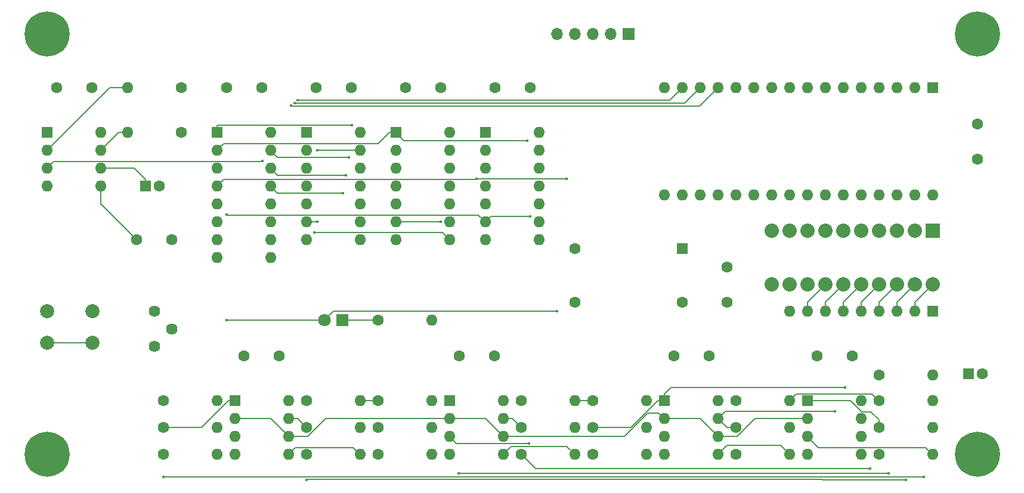
<source format=gbr>
G04 #@! TF.GenerationSoftware,KiCad,Pcbnew,(5.1.0-0)*
G04 #@! TF.CreationDate,2019-12-31T10:08:02-08:00*
G04 #@! TF.ProjectId,ExternalClock,45787465-726e-4616-9c43-6c6f636b2e6b,rev?*
G04 #@! TF.SameCoordinates,Original*
G04 #@! TF.FileFunction,Copper,L1,Top*
G04 #@! TF.FilePolarity,Positive*
%FSLAX46Y46*%
G04 Gerber Fmt 4.6, Leading zero omitted, Abs format (unit mm)*
G04 Created by KiCad (PCBNEW (5.1.0-0)) date 2019-12-31 10:08:02*
%MOMM*%
%LPD*%
G04 APERTURE LIST*
%ADD10C,6.400000*%
%ADD11O,1.600000X1.600000*%
%ADD12R,1.600000X1.600000*%
%ADD13C,2.032000*%
%ADD14R,2.032000X2.032000*%
%ADD15O,1.700000X1.700000*%
%ADD16R,1.700000X1.700000*%
%ADD17C,1.600000*%
%ADD18C,2.000000*%
%ADD19C,1.620000*%
%ADD20C,1.800000*%
%ADD21R,1.800000X1.800000*%
%ADD22C,0.450000*%
%ADD23C,0.127000*%
G04 APERTURE END LIST*
D10*
X264160000Y-341630000D03*
D11*
X379730000Y-334010000D03*
X372110000Y-341630000D03*
X379730000Y-336550000D03*
X372110000Y-339090000D03*
X379730000Y-339090000D03*
X372110000Y-336550000D03*
X379730000Y-341630000D03*
D12*
X372110000Y-334010000D03*
D11*
X369570000Y-321310000D03*
X372110000Y-321310000D03*
X374650000Y-321310000D03*
X377190000Y-321310000D03*
X379730000Y-321310000D03*
X382270000Y-321310000D03*
X384810000Y-321310000D03*
X387350000Y-321310000D03*
D12*
X389890000Y-321310000D03*
D13*
X389890000Y-317500000D03*
X387350000Y-317500000D03*
X384810000Y-317500000D03*
X382270000Y-317500000D03*
X369570000Y-309880000D03*
X367030000Y-309880000D03*
X367030000Y-317500000D03*
X369570000Y-317500000D03*
X372110000Y-309880000D03*
X374650000Y-309880000D03*
X377190000Y-309880000D03*
X379730000Y-309880000D03*
X379730000Y-317500000D03*
X377190000Y-317500000D03*
X374650000Y-317500000D03*
X372110000Y-317500000D03*
X382270000Y-309880000D03*
X384810000Y-309880000D03*
X387350000Y-309880000D03*
D14*
X389890000Y-309880000D03*
D15*
X336550000Y-281940000D03*
X339090000Y-281940000D03*
X341630000Y-281940000D03*
X344170000Y-281940000D03*
D16*
X346710000Y-281940000D03*
D11*
X389890000Y-330327000D03*
D17*
X382270000Y-330327000D03*
D10*
X396240000Y-341630000D03*
X396240000Y-281940000D03*
X264160000Y-281940000D03*
D17*
X339090000Y-312420000D03*
X339090000Y-320040000D03*
X354330000Y-320040000D03*
D12*
X354330000Y-312420000D03*
D11*
X275590000Y-295910000D03*
D17*
X283210000Y-295910000D03*
D11*
X275590000Y-289560000D03*
D17*
X283210000Y-289560000D03*
X281860000Y-311150000D03*
X276860000Y-311150000D03*
X280130000Y-303530000D03*
D12*
X278130000Y-303530000D03*
D11*
X308610000Y-295910000D03*
X300990000Y-311150000D03*
X308610000Y-298450000D03*
X300990000Y-308610000D03*
X308610000Y-300990000D03*
X300990000Y-306070000D03*
X308610000Y-303530000D03*
X300990000Y-303530000D03*
X308610000Y-306070000D03*
X300990000Y-300990000D03*
X308610000Y-308610000D03*
X300990000Y-298450000D03*
X308610000Y-311150000D03*
D12*
X300990000Y-295910000D03*
D11*
X321310000Y-295910000D03*
X313690000Y-311150000D03*
X321310000Y-298450000D03*
X313690000Y-308610000D03*
X321310000Y-300990000D03*
X313690000Y-306070000D03*
X321310000Y-303530000D03*
X313690000Y-303530000D03*
X321310000Y-306070000D03*
X313690000Y-300990000D03*
X321310000Y-308610000D03*
X313690000Y-298450000D03*
X321310000Y-311150000D03*
D12*
X313690000Y-295910000D03*
D11*
X295910000Y-295910000D03*
X288290000Y-313690000D03*
X295910000Y-298450000D03*
X288290000Y-311150000D03*
X295910000Y-300990000D03*
X288290000Y-308610000D03*
X295910000Y-303530000D03*
X288290000Y-306070000D03*
X295910000Y-306070000D03*
X288290000Y-303530000D03*
X295910000Y-308610000D03*
X288290000Y-300990000D03*
X295910000Y-311150000D03*
X288290000Y-298450000D03*
X295910000Y-313690000D03*
D12*
X288290000Y-295910000D03*
D11*
X334010000Y-295910000D03*
X326390000Y-311150000D03*
X334010000Y-298450000D03*
X326390000Y-308610000D03*
X334010000Y-300990000D03*
X326390000Y-306070000D03*
X334010000Y-303530000D03*
X326390000Y-303530000D03*
X334010000Y-306070000D03*
X326390000Y-300990000D03*
X334010000Y-308610000D03*
X326390000Y-298450000D03*
X334010000Y-311150000D03*
D12*
X326390000Y-295910000D03*
D11*
X271780000Y-295910000D03*
X264160000Y-303530000D03*
X271780000Y-298450000D03*
X264160000Y-300990000D03*
X271780000Y-300990000D03*
X264160000Y-298450000D03*
X271780000Y-303530000D03*
D12*
X264160000Y-295910000D03*
D11*
X359410000Y-334010000D03*
X351790000Y-341630000D03*
X359410000Y-336550000D03*
X351790000Y-339090000D03*
X359410000Y-339090000D03*
X351790000Y-336550000D03*
X359410000Y-341630000D03*
D12*
X351790000Y-334010000D03*
D11*
X389886200Y-304798200D03*
X351786200Y-289558200D03*
X387346200Y-304798200D03*
X354326200Y-289558200D03*
X384806200Y-304798200D03*
X356866200Y-289558200D03*
X382266200Y-304798200D03*
X359406200Y-289558200D03*
X379726200Y-304798200D03*
X361946200Y-289558200D03*
X377186200Y-304798200D03*
X364486200Y-289558200D03*
X374646200Y-304798200D03*
X367026200Y-289558200D03*
X372106200Y-304798200D03*
X369566200Y-289558200D03*
X369566200Y-304798200D03*
X372106200Y-289558200D03*
X367026200Y-304798200D03*
X374646200Y-289558200D03*
X364486200Y-304798200D03*
X377186200Y-289558200D03*
X361946200Y-304798200D03*
X379726200Y-289558200D03*
X359406200Y-304798200D03*
X382266200Y-289558200D03*
X356866200Y-304798200D03*
X384806200Y-289558200D03*
X354326200Y-304798200D03*
X387346200Y-289558200D03*
X351786200Y-304798200D03*
D12*
X389886200Y-289558200D03*
D11*
X328930000Y-334010000D03*
X321310000Y-341630000D03*
X328930000Y-336550000D03*
X321310000Y-339090000D03*
X328930000Y-339090000D03*
X321310000Y-336550000D03*
X328930000Y-341630000D03*
D12*
X321310000Y-334010000D03*
D11*
X298450000Y-334010000D03*
X290830000Y-341630000D03*
X298450000Y-336550000D03*
X290830000Y-339090000D03*
X298450000Y-339090000D03*
X290830000Y-336550000D03*
X298450000Y-341630000D03*
D12*
X290830000Y-334010000D03*
D18*
X270660000Y-321310000D03*
X270660000Y-325810000D03*
X264160000Y-321310000D03*
X264160000Y-325810000D03*
D19*
X279400000Y-321310000D03*
X281900000Y-323810000D03*
X279400000Y-326310000D03*
D11*
X318770000Y-322580000D03*
D17*
X311150000Y-322580000D03*
D11*
X389890000Y-341630000D03*
D17*
X382270000Y-341630000D03*
D11*
X389890000Y-337820000D03*
D17*
X382270000Y-337820000D03*
D11*
X389890000Y-334010000D03*
D17*
X382270000Y-334010000D03*
D11*
X369570000Y-341630000D03*
D17*
X361950000Y-341630000D03*
D11*
X369570000Y-337820000D03*
D17*
X361950000Y-337820000D03*
D11*
X369570000Y-334010000D03*
D17*
X361950000Y-334010000D03*
D11*
X349250000Y-341630000D03*
D17*
X341630000Y-341630000D03*
D11*
X349250000Y-337820000D03*
D17*
X341630000Y-337820000D03*
D11*
X349250000Y-334010000D03*
D17*
X341630000Y-334010000D03*
D11*
X339090000Y-341630000D03*
D17*
X331470000Y-341630000D03*
D11*
X339090000Y-337820000D03*
D17*
X331470000Y-337820000D03*
D11*
X339090000Y-334010000D03*
D17*
X331470000Y-334010000D03*
D11*
X318770000Y-341630000D03*
D17*
X311150000Y-341630000D03*
D11*
X318770000Y-337820000D03*
D17*
X311150000Y-337820000D03*
D11*
X318770000Y-334010000D03*
D17*
X311150000Y-334010000D03*
D11*
X308610000Y-341630000D03*
D17*
X300990000Y-341630000D03*
D11*
X308610000Y-337820000D03*
D17*
X300990000Y-337820000D03*
D11*
X308610000Y-334010000D03*
D17*
X300990000Y-334010000D03*
D11*
X288290000Y-341630000D03*
D17*
X280670000Y-341630000D03*
D11*
X288290000Y-337820000D03*
D17*
X280670000Y-337820000D03*
D11*
X288290000Y-334010000D03*
D17*
X280670000Y-334010000D03*
D20*
X303530000Y-322580000D03*
D21*
X306070000Y-322580000D03*
D17*
X265510000Y-289560000D03*
X270510000Y-289560000D03*
X360680000Y-315040000D03*
X360680000Y-320040000D03*
X302340000Y-289560000D03*
X307340000Y-289560000D03*
X315040000Y-289560000D03*
X320040000Y-289560000D03*
X289640000Y-289560000D03*
X294640000Y-289560000D03*
X327740000Y-289560000D03*
X332740000Y-289560000D03*
X373460000Y-327660000D03*
X378460000Y-327660000D03*
X353140000Y-327660000D03*
X358140000Y-327660000D03*
X396240000Y-294720000D03*
X396240000Y-299720000D03*
X322660000Y-327660000D03*
X327660000Y-327660000D03*
X292100000Y-327660000D03*
X297100000Y-327660000D03*
X396970000Y-330200000D03*
D12*
X394970000Y-330200000D03*
D22*
X299720000Y-291338000D03*
X299304500Y-291746002D03*
X298831000Y-292100000D03*
X289687000Y-322580000D03*
X336550000Y-321310000D03*
X332613000Y-340071500D03*
X325120000Y-302514000D03*
X337947000Y-302514000D03*
X307051500Y-299466000D03*
X376047000Y-335534000D03*
X377444000Y-332105000D03*
X381000000Y-343662000D03*
X383667000Y-344297000D03*
X322580000Y-344297000D03*
X386080000Y-345220500D03*
X300990000Y-345220500D03*
X388620000Y-344805000D03*
X280670000Y-344805000D03*
X294767000Y-299974000D03*
X289687000Y-307594000D03*
X332740000Y-307848000D03*
X332359000Y-297053000D03*
X306636000Y-302006000D03*
X306220500Y-304546000D03*
X307467000Y-294894000D03*
X320040000Y-308610000D03*
X302133000Y-310134000D03*
X302548500Y-298450000D03*
X302548500Y-308610000D03*
D23*
X360541370Y-339090000D02*
X359410000Y-339090000D01*
X362145942Y-339090000D02*
X360541370Y-339090000D01*
X364685942Y-336550000D02*
X362145942Y-339090000D01*
X372110000Y-336550000D02*
X364685942Y-336550000D01*
X356870000Y-336550000D02*
X351790000Y-336550000D01*
X359410000Y-339090000D02*
X356870000Y-336550000D01*
X346142224Y-339090000D02*
X330061370Y-339090000D01*
X349482223Y-335750001D02*
X346142224Y-339090000D01*
X330061370Y-339090000D02*
X328930000Y-339090000D01*
X350990001Y-335750001D02*
X349482223Y-335750001D01*
X351790000Y-336550000D02*
X350990001Y-335750001D01*
X326390000Y-336550000D02*
X321310000Y-336550000D01*
X328930000Y-339090000D02*
X326390000Y-336550000D01*
X299581370Y-339090000D02*
X298450000Y-339090000D01*
X301185942Y-339090000D02*
X299581370Y-339090000D01*
X303725942Y-336550000D02*
X301185942Y-339090000D01*
X321310000Y-336550000D02*
X303725942Y-336550000D01*
X295910000Y-336550000D02*
X298450000Y-339090000D01*
X290830000Y-336550000D02*
X295910000Y-336550000D01*
X352546400Y-291338000D02*
X354326200Y-289558200D01*
X299720000Y-291338000D02*
X352546400Y-291338000D01*
X299311999Y-291753501D02*
X299304500Y-291746002D01*
X354670899Y-291753501D02*
X299311999Y-291753501D01*
X356866200Y-289558200D02*
X354670899Y-291753501D01*
X356802897Y-292161503D02*
X298892503Y-292161503D01*
X298892503Y-292161503D02*
X298831000Y-292100000D01*
X359406200Y-289558200D02*
X356802897Y-292161503D01*
X289687000Y-322580000D02*
X303530000Y-322580000D01*
X304800000Y-321310000D02*
X303530000Y-322580000D01*
X336550000Y-321310000D02*
X304800000Y-321310000D01*
X306070000Y-322580000D02*
X311150000Y-322580000D01*
X307810001Y-340830001D02*
X308610000Y-341630000D01*
X307619499Y-340639499D02*
X307810001Y-340830001D01*
X299440501Y-340639499D02*
X307619499Y-340639499D01*
X298450000Y-341630000D02*
X299440501Y-340639499D01*
X308610000Y-334010000D02*
X311150000Y-334010000D01*
X332603999Y-340080501D02*
X332613000Y-340071500D01*
X322300501Y-340080501D02*
X332603999Y-340080501D01*
X321310000Y-339090000D02*
X322300501Y-340080501D01*
X341630000Y-334010000D02*
X339090000Y-334010000D01*
X329729999Y-340830001D02*
X328930000Y-341630000D01*
X330073000Y-340487000D02*
X329729999Y-340830001D01*
X337947000Y-340487000D02*
X330073000Y-340487000D01*
X339090000Y-341630000D02*
X337947000Y-340487000D01*
X381470001Y-333210001D02*
X382270000Y-334010000D01*
X381279499Y-333019499D02*
X381470001Y-333210001D01*
X370560501Y-333019499D02*
X381279499Y-333019499D01*
X369570000Y-334010000D02*
X370560501Y-333019499D01*
X360209999Y-340830001D02*
X359410000Y-341630000D01*
X360680000Y-340360000D02*
X360209999Y-340830001D01*
X368300000Y-340360000D02*
X360680000Y-340360000D01*
X369570000Y-341630000D02*
X368300000Y-340360000D01*
X373659499Y-340639499D02*
X372909999Y-339889999D01*
X388899499Y-340639499D02*
X373659499Y-340639499D01*
X372909999Y-339889999D02*
X372110000Y-339090000D01*
X389890000Y-341630000D02*
X388899499Y-340639499D01*
X325094501Y-302539499D02*
X325120000Y-302514000D01*
X289280501Y-302539499D02*
X325094501Y-302539499D01*
X288290000Y-303530000D02*
X289280501Y-302539499D01*
X325120000Y-302514000D02*
X337947000Y-302514000D01*
X307026001Y-299440501D02*
X307051500Y-299466000D01*
X296900501Y-299440501D02*
X307026001Y-299440501D01*
X295910000Y-298450000D02*
X296900501Y-299440501D01*
X387350000Y-320040000D02*
X387350000Y-321310000D01*
X389890000Y-317500000D02*
X387350000Y-320040000D01*
X384810000Y-320040000D02*
X384810000Y-321310000D01*
X387350000Y-317500000D02*
X384810000Y-320040000D01*
X382270000Y-320040000D02*
X382270000Y-321310000D01*
X384810000Y-317500000D02*
X382270000Y-320040000D01*
X379730000Y-320040000D02*
X379730000Y-321310000D01*
X382270000Y-317500000D02*
X379730000Y-320040000D01*
X381140869Y-335559499D02*
X382270000Y-336688630D01*
X379813557Y-335559499D02*
X381140869Y-335559499D01*
X382270000Y-336688630D02*
X382270000Y-337820000D01*
X378264058Y-334010000D02*
X379813557Y-335559499D01*
X372110000Y-334010000D02*
X378264058Y-334010000D01*
X360426000Y-335534000D02*
X359410000Y-336550000D01*
X376047000Y-335534000D02*
X360426000Y-335534000D01*
X360680000Y-337820000D02*
X361950000Y-337820000D01*
X359410000Y-336550000D02*
X360680000Y-337820000D01*
X351790000Y-333083000D02*
X351790000Y-334010000D01*
X352768000Y-332105000D02*
X351790000Y-333083000D01*
X377444000Y-332105000D02*
X352768000Y-332105000D01*
X342761370Y-337820000D02*
X341630000Y-337820000D01*
X347053000Y-337820000D02*
X342761370Y-337820000D01*
X350863000Y-334010000D02*
X347053000Y-337820000D01*
X351790000Y-334010000D02*
X350863000Y-334010000D01*
X377190000Y-320040000D02*
X377190000Y-321310000D01*
X379730000Y-317500000D02*
X377190000Y-320040000D01*
X374650000Y-320040000D02*
X374650000Y-321310000D01*
X377190000Y-317500000D02*
X374650000Y-320040000D01*
X372110000Y-320040000D02*
X372110000Y-321310000D01*
X374650000Y-317500000D02*
X372110000Y-320040000D01*
X381000000Y-343662000D02*
X333502000Y-343662000D01*
X333502000Y-343662000D02*
X331470000Y-341630000D01*
X330200000Y-336550000D02*
X331470000Y-337820000D01*
X328930000Y-336550000D02*
X330200000Y-336550000D01*
X383667000Y-344297000D02*
X373634000Y-344297000D01*
X373634000Y-344297000D02*
X322580000Y-344297000D01*
X299720000Y-336550000D02*
X300990000Y-337820000D01*
X298450000Y-336550000D02*
X299720000Y-336550000D01*
X386080000Y-345220500D02*
X374234500Y-345220500D01*
X374234500Y-345220500D02*
X374200000Y-345186000D01*
X301024500Y-345186000D02*
X300990000Y-345220500D01*
X374200000Y-345186000D02*
X301024500Y-345186000D01*
X388620000Y-344805000D02*
X280670000Y-344805000D01*
X286093000Y-337820000D02*
X281801370Y-337820000D01*
X281801370Y-337820000D02*
X280670000Y-337820000D01*
X289903000Y-334010000D02*
X286093000Y-337820000D01*
X290830000Y-334010000D02*
X289903000Y-334010000D01*
X271780000Y-306070000D02*
X276860000Y-311150000D01*
X271780000Y-303530000D02*
X271780000Y-306070000D01*
X274320000Y-295910000D02*
X271780000Y-298450000D01*
X275590000Y-295910000D02*
X274320000Y-295910000D01*
X278130000Y-302603000D02*
X278130000Y-303530000D01*
X276517000Y-300990000D02*
X278130000Y-302603000D01*
X271780000Y-300990000D02*
X276517000Y-300990000D01*
X273050000Y-289560000D02*
X264160000Y-298450000D01*
X275590000Y-289560000D02*
X273050000Y-289560000D01*
X264160000Y-325810000D02*
X270660000Y-325810000D01*
X294741501Y-299999499D02*
X294767000Y-299974000D01*
X265150501Y-299999499D02*
X294741501Y-299999499D01*
X264160000Y-300990000D02*
X265150501Y-299999499D01*
X289712499Y-307619499D02*
X289687000Y-307594000D01*
X325399499Y-307619499D02*
X289712499Y-307619499D01*
X326390000Y-308610000D02*
X325399499Y-307619499D01*
X332702001Y-307810001D02*
X332740000Y-307848000D01*
X327189999Y-307810001D02*
X332702001Y-307810001D01*
X326390000Y-308610000D02*
X327189999Y-307810001D01*
X311213501Y-297459499D02*
X312763000Y-295910000D01*
X312763000Y-295910000D02*
X313690000Y-295910000D01*
X289280501Y-297459499D02*
X311213501Y-297459499D01*
X288290000Y-298450000D02*
X289280501Y-297459499D01*
X314833000Y-297053000D02*
X313690000Y-295910000D01*
X332359000Y-297053000D02*
X314833000Y-297053000D01*
X306610501Y-301980501D02*
X306636000Y-302006000D01*
X296900501Y-301980501D02*
X306610501Y-301980501D01*
X295910000Y-300990000D02*
X296900501Y-301980501D01*
X296900501Y-304520501D02*
X300514559Y-304520501D01*
X295910000Y-303530000D02*
X296900501Y-304520501D01*
X306195001Y-304520501D02*
X306220500Y-304546000D01*
X300514559Y-304520501D02*
X306195001Y-304520501D01*
X288379000Y-294894000D02*
X307467000Y-294894000D01*
X288290000Y-294983000D02*
X288379000Y-294894000D01*
X288290000Y-295910000D02*
X288290000Y-294983000D01*
X313690000Y-308610000D02*
X320040000Y-308610000D01*
X320294000Y-310134000D02*
X321310000Y-311150000D01*
X302133000Y-310134000D02*
X320294000Y-310134000D01*
X308610000Y-298450000D02*
X302548500Y-298450000D01*
X302548500Y-308610000D02*
X300990000Y-308610000D01*
M02*

</source>
